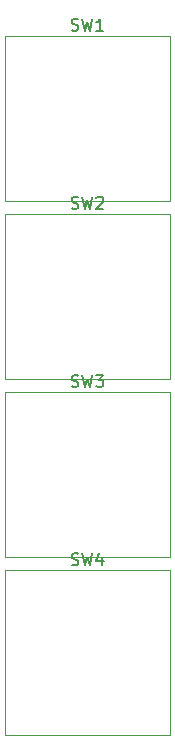
<source format=gbr>
%TF.GenerationSoftware,KiCad,Pcbnew,8.0.8*%
%TF.CreationDate,2025-02-09T21:15:24+00:00*%
%TF.ProjectId,MacroPadPCB,4d616372-6f50-4616-9450-43422e6b6963,rev?*%
%TF.SameCoordinates,Original*%
%TF.FileFunction,Legend,Top*%
%TF.FilePolarity,Positive*%
%FSLAX46Y46*%
G04 Gerber Fmt 4.6, Leading zero omitted, Abs format (unit mm)*
G04 Created by KiCad (PCBNEW 8.0.8) date 2025-02-09 21:15:24*
%MOMM*%
%LPD*%
G01*
G04 APERTURE LIST*
%ADD10C,0.150000*%
%ADD11C,0.120000*%
G04 APERTURE END LIST*
D10*
X128557655Y-102767400D02*
X128700512Y-102815019D01*
X128700512Y-102815019D02*
X128938607Y-102815019D01*
X128938607Y-102815019D02*
X129033845Y-102767400D01*
X129033845Y-102767400D02*
X129081464Y-102719780D01*
X129081464Y-102719780D02*
X129129083Y-102624542D01*
X129129083Y-102624542D02*
X129129083Y-102529304D01*
X129129083Y-102529304D02*
X129081464Y-102434066D01*
X129081464Y-102434066D02*
X129033845Y-102386447D01*
X129033845Y-102386447D02*
X128938607Y-102338828D01*
X128938607Y-102338828D02*
X128748131Y-102291209D01*
X128748131Y-102291209D02*
X128652893Y-102243590D01*
X128652893Y-102243590D02*
X128605274Y-102195971D01*
X128605274Y-102195971D02*
X128557655Y-102100733D01*
X128557655Y-102100733D02*
X128557655Y-102005495D01*
X128557655Y-102005495D02*
X128605274Y-101910257D01*
X128605274Y-101910257D02*
X128652893Y-101862638D01*
X128652893Y-101862638D02*
X128748131Y-101815019D01*
X128748131Y-101815019D02*
X128986226Y-101815019D01*
X128986226Y-101815019D02*
X129129083Y-101862638D01*
X129462417Y-101815019D02*
X129700512Y-102815019D01*
X129700512Y-102815019D02*
X129890988Y-102100733D01*
X129890988Y-102100733D02*
X130081464Y-102815019D01*
X130081464Y-102815019D02*
X130319560Y-101815019D01*
X130605274Y-101815019D02*
X131224321Y-101815019D01*
X131224321Y-101815019D02*
X130890988Y-102195971D01*
X130890988Y-102195971D02*
X131033845Y-102195971D01*
X131033845Y-102195971D02*
X131129083Y-102243590D01*
X131129083Y-102243590D02*
X131176702Y-102291209D01*
X131176702Y-102291209D02*
X131224321Y-102386447D01*
X131224321Y-102386447D02*
X131224321Y-102624542D01*
X131224321Y-102624542D02*
X131176702Y-102719780D01*
X131176702Y-102719780D02*
X131129083Y-102767400D01*
X131129083Y-102767400D02*
X131033845Y-102815019D01*
X131033845Y-102815019D02*
X130748131Y-102815019D01*
X130748131Y-102815019D02*
X130652893Y-102767400D01*
X130652893Y-102767400D02*
X130605274Y-102719780D01*
X128557655Y-87677400D02*
X128700512Y-87725019D01*
X128700512Y-87725019D02*
X128938607Y-87725019D01*
X128938607Y-87725019D02*
X129033845Y-87677400D01*
X129033845Y-87677400D02*
X129081464Y-87629780D01*
X129081464Y-87629780D02*
X129129083Y-87534542D01*
X129129083Y-87534542D02*
X129129083Y-87439304D01*
X129129083Y-87439304D02*
X129081464Y-87344066D01*
X129081464Y-87344066D02*
X129033845Y-87296447D01*
X129033845Y-87296447D02*
X128938607Y-87248828D01*
X128938607Y-87248828D02*
X128748131Y-87201209D01*
X128748131Y-87201209D02*
X128652893Y-87153590D01*
X128652893Y-87153590D02*
X128605274Y-87105971D01*
X128605274Y-87105971D02*
X128557655Y-87010733D01*
X128557655Y-87010733D02*
X128557655Y-86915495D01*
X128557655Y-86915495D02*
X128605274Y-86820257D01*
X128605274Y-86820257D02*
X128652893Y-86772638D01*
X128652893Y-86772638D02*
X128748131Y-86725019D01*
X128748131Y-86725019D02*
X128986226Y-86725019D01*
X128986226Y-86725019D02*
X129129083Y-86772638D01*
X129462417Y-86725019D02*
X129700512Y-87725019D01*
X129700512Y-87725019D02*
X129890988Y-87010733D01*
X129890988Y-87010733D02*
X130081464Y-87725019D01*
X130081464Y-87725019D02*
X130319560Y-86725019D01*
X130652893Y-86820257D02*
X130700512Y-86772638D01*
X130700512Y-86772638D02*
X130795750Y-86725019D01*
X130795750Y-86725019D02*
X131033845Y-86725019D01*
X131033845Y-86725019D02*
X131129083Y-86772638D01*
X131129083Y-86772638D02*
X131176702Y-86820257D01*
X131176702Y-86820257D02*
X131224321Y-86915495D01*
X131224321Y-86915495D02*
X131224321Y-87010733D01*
X131224321Y-87010733D02*
X131176702Y-87153590D01*
X131176702Y-87153590D02*
X130605274Y-87725019D01*
X130605274Y-87725019D02*
X131224321Y-87725019D01*
X128557655Y-72587400D02*
X128700512Y-72635019D01*
X128700512Y-72635019D02*
X128938607Y-72635019D01*
X128938607Y-72635019D02*
X129033845Y-72587400D01*
X129033845Y-72587400D02*
X129081464Y-72539780D01*
X129081464Y-72539780D02*
X129129083Y-72444542D01*
X129129083Y-72444542D02*
X129129083Y-72349304D01*
X129129083Y-72349304D02*
X129081464Y-72254066D01*
X129081464Y-72254066D02*
X129033845Y-72206447D01*
X129033845Y-72206447D02*
X128938607Y-72158828D01*
X128938607Y-72158828D02*
X128748131Y-72111209D01*
X128748131Y-72111209D02*
X128652893Y-72063590D01*
X128652893Y-72063590D02*
X128605274Y-72015971D01*
X128605274Y-72015971D02*
X128557655Y-71920733D01*
X128557655Y-71920733D02*
X128557655Y-71825495D01*
X128557655Y-71825495D02*
X128605274Y-71730257D01*
X128605274Y-71730257D02*
X128652893Y-71682638D01*
X128652893Y-71682638D02*
X128748131Y-71635019D01*
X128748131Y-71635019D02*
X128986226Y-71635019D01*
X128986226Y-71635019D02*
X129129083Y-71682638D01*
X129462417Y-71635019D02*
X129700512Y-72635019D01*
X129700512Y-72635019D02*
X129890988Y-71920733D01*
X129890988Y-71920733D02*
X130081464Y-72635019D01*
X130081464Y-72635019D02*
X130319560Y-71635019D01*
X131224321Y-72635019D02*
X130652893Y-72635019D01*
X130938607Y-72635019D02*
X130938607Y-71635019D01*
X130938607Y-71635019D02*
X130843369Y-71777876D01*
X130843369Y-71777876D02*
X130748131Y-71873114D01*
X130748131Y-71873114D02*
X130652893Y-71920733D01*
X128557655Y-117857400D02*
X128700512Y-117905019D01*
X128700512Y-117905019D02*
X128938607Y-117905019D01*
X128938607Y-117905019D02*
X129033845Y-117857400D01*
X129033845Y-117857400D02*
X129081464Y-117809780D01*
X129081464Y-117809780D02*
X129129083Y-117714542D01*
X129129083Y-117714542D02*
X129129083Y-117619304D01*
X129129083Y-117619304D02*
X129081464Y-117524066D01*
X129081464Y-117524066D02*
X129033845Y-117476447D01*
X129033845Y-117476447D02*
X128938607Y-117428828D01*
X128938607Y-117428828D02*
X128748131Y-117381209D01*
X128748131Y-117381209D02*
X128652893Y-117333590D01*
X128652893Y-117333590D02*
X128605274Y-117285971D01*
X128605274Y-117285971D02*
X128557655Y-117190733D01*
X128557655Y-117190733D02*
X128557655Y-117095495D01*
X128557655Y-117095495D02*
X128605274Y-117000257D01*
X128605274Y-117000257D02*
X128652893Y-116952638D01*
X128652893Y-116952638D02*
X128748131Y-116905019D01*
X128748131Y-116905019D02*
X128986226Y-116905019D01*
X128986226Y-116905019D02*
X129129083Y-116952638D01*
X129462417Y-116905019D02*
X129700512Y-117905019D01*
X129700512Y-117905019D02*
X129890988Y-117190733D01*
X129890988Y-117190733D02*
X130081464Y-117905019D01*
X130081464Y-117905019D02*
X130319560Y-116905019D01*
X131129083Y-117238352D02*
X131129083Y-117905019D01*
X130890988Y-116857400D02*
X130652893Y-117571685D01*
X130652893Y-117571685D02*
X131271940Y-117571685D01*
D11*
%TO.C,SW3*%
X122905988Y-103249200D02*
X136875988Y-103249200D01*
X122905988Y-117219200D02*
X122905988Y-103249200D01*
X136875988Y-103249200D02*
X136875988Y-117219200D01*
X136875988Y-117219200D02*
X122905988Y-117219200D01*
%TO.C,SW2*%
X122905988Y-88159200D02*
X136875988Y-88159200D01*
X122905988Y-102129200D02*
X122905988Y-88159200D01*
X136875988Y-88159200D02*
X136875988Y-102129200D01*
X136875988Y-102129200D02*
X122905988Y-102129200D01*
%TO.C,SW1*%
X122905988Y-73069200D02*
X136875988Y-73069200D01*
X122905988Y-87039200D02*
X122905988Y-73069200D01*
X136875988Y-73069200D02*
X136875988Y-87039200D01*
X136875988Y-87039200D02*
X122905988Y-87039200D01*
%TO.C,SW4*%
X122905988Y-118339200D02*
X136875988Y-118339200D01*
X122905988Y-132309200D02*
X122905988Y-118339200D01*
X136875988Y-118339200D02*
X136875988Y-132309200D01*
X136875988Y-132309200D02*
X122905988Y-132309200D01*
%TD*%
M02*

</source>
